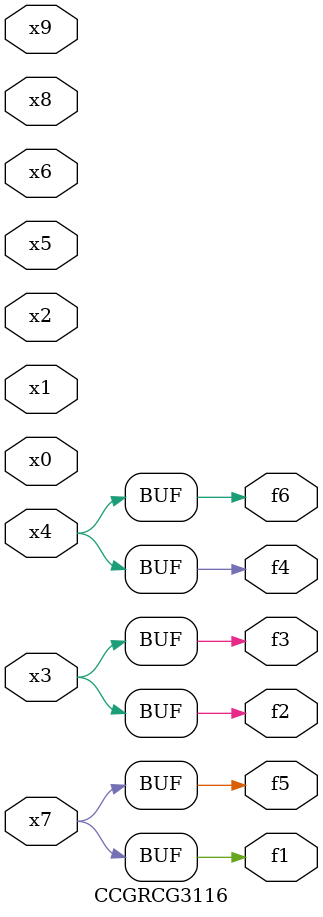
<source format=v>
module CCGRCG3116(
	input x0, x1, x2, x3, x4, x5, x6, x7, x8, x9,
	output f1, f2, f3, f4, f5, f6
);
	assign f1 = x7;
	assign f2 = x3;
	assign f3 = x3;
	assign f4 = x4;
	assign f5 = x7;
	assign f6 = x4;
endmodule

</source>
